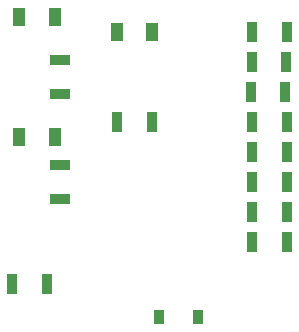
<source format=gbr>
G04 #@! TF.GenerationSoftware,KiCad,Pcbnew,(5.1.5)-3*
G04 #@! TF.CreationDate,2020-05-30T19:34:34+02:00*
G04 #@! TF.ProjectId,MutltiSwitch_Sw8,4d75746c-7469-4537-9769-7463685f5377,0.1*
G04 #@! TF.SameCoordinates,Original*
G04 #@! TF.FileFunction,Paste,Bot*
G04 #@! TF.FilePolarity,Positive*
%FSLAX46Y46*%
G04 Gerber Fmt 4.6, Leading zero omitted, Abs format (unit mm)*
G04 Created by KiCad (PCBNEW (5.1.5)-3) date 2020-05-30 19:34:34*
%MOMM*%
%LPD*%
G04 APERTURE LIST*
%ADD10R,1.000000X1.600000*%
%ADD11R,0.900000X1.700000*%
%ADD12R,1.700000X0.900000*%
%ADD13R,0.900000X1.200000*%
G04 APERTURE END LIST*
D10*
X143915000Y-91440000D03*
X146915000Y-91440000D03*
X135660000Y-100330000D03*
X138660000Y-100330000D03*
X135660000Y-90170000D03*
X138660000Y-90170000D03*
D11*
X143965000Y-99060000D03*
X146865000Y-99060000D03*
D12*
X139065000Y-105590000D03*
X139065000Y-102690000D03*
D11*
X135075000Y-112776000D03*
X137975000Y-112776000D03*
D12*
X139065000Y-96700000D03*
X139065000Y-93800000D03*
D11*
X155395000Y-91440000D03*
X158295000Y-91440000D03*
X155342000Y-93980000D03*
X158242000Y-93980000D03*
X155268000Y-96520000D03*
X158168000Y-96520000D03*
X155395000Y-99060000D03*
X158295000Y-99060000D03*
X155395000Y-101600000D03*
X158295000Y-101600000D03*
X155395000Y-104140000D03*
X158295000Y-104140000D03*
X155395000Y-106680000D03*
X158295000Y-106680000D03*
X155395000Y-109220000D03*
X158295000Y-109220000D03*
D13*
X150748000Y-115570000D03*
X147448000Y-115570000D03*
M02*

</source>
